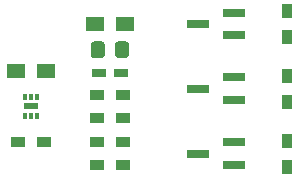
<source format=gtp>
G04 #@! TF.GenerationSoftware,KiCad,Pcbnew,5.0.2-bee76a0~70~ubuntu16.04.1*
G04 #@! TF.CreationDate,2019-01-02T15:35:10+05:30*
G04 #@! TF.ProjectId,Ap3403_LED_test,41703334-3033-45f4-9c45-445f74657374,rev?*
G04 #@! TF.SameCoordinates,Original*
G04 #@! TF.FileFunction,Paste,Top*
G04 #@! TF.FilePolarity,Positive*
%FSLAX46Y46*%
G04 Gerber Fmt 4.6, Leading zero omitted, Abs format (unit mm)*
G04 Created by KiCad (PCBNEW 5.0.2-bee76a0~70~ubuntu16.04.1) date Wed Jan  2 15:35:10 2019*
%MOMM*%
%LPD*%
G01*
G04 APERTURE LIST*
%ADD10R,1.300000X0.600000*%
%ADD11R,0.300000X0.600000*%
%ADD12R,1.900000X0.800000*%
%ADD13R,1.500000X1.250000*%
%ADD14R,1.200000X0.750000*%
%ADD15R,1.200000X0.900000*%
%ADD16R,0.900000X1.200000*%
%ADD17C,0.100000*%
%ADD18C,1.150000*%
G04 APERTURE END LIST*
D10*
G04 #@! TO.C,U1*
X26000000Y-186800000D03*
D11*
X26000000Y-187600000D03*
X26000000Y-186000000D03*
X26500000Y-186000000D03*
X25500000Y-186000000D03*
X25500000Y-187600000D03*
X26500000Y-187600000D03*
G04 #@! TD*
D12*
G04 #@! TO.C,Q2*
X43200000Y-186250000D03*
X43200000Y-184350000D03*
X40200000Y-185300000D03*
G04 #@! TD*
D13*
G04 #@! TO.C,C1*
X27250000Y-183800000D03*
X24750000Y-183800000D03*
G04 #@! TD*
D14*
G04 #@! TO.C,C2*
X31750000Y-184000000D03*
X33650000Y-184000000D03*
G04 #@! TD*
D13*
G04 #@! TO.C,C3*
X31450000Y-179800000D03*
X33950000Y-179800000D03*
G04 #@! TD*
D12*
G04 #@! TO.C,Q1*
X43200000Y-191750000D03*
X43200000Y-189850000D03*
X40200000Y-190800000D03*
G04 #@! TD*
G04 #@! TO.C,Q3*
X40200000Y-179800000D03*
X43200000Y-178850000D03*
X43200000Y-180750000D03*
G04 #@! TD*
D15*
G04 #@! TO.C,R1*
X27100000Y-189800000D03*
X24900000Y-189800000D03*
G04 #@! TD*
G04 #@! TO.C,R2*
X31600000Y-185800000D03*
X33800000Y-185800000D03*
G04 #@! TD*
G04 #@! TO.C,R3*
X31600000Y-187800000D03*
X33800000Y-187800000D03*
G04 #@! TD*
D16*
G04 #@! TO.C,R4*
X47700000Y-191900000D03*
X47700000Y-189700000D03*
G04 #@! TD*
D15*
G04 #@! TO.C,R5*
X33800000Y-191800000D03*
X31600000Y-191800000D03*
G04 #@! TD*
D16*
G04 #@! TO.C,R6*
X47700000Y-184200000D03*
X47700000Y-186400000D03*
G04 #@! TD*
D15*
G04 #@! TO.C,R7*
X31600000Y-189800000D03*
X33800000Y-189800000D03*
G04 #@! TD*
D16*
G04 #@! TO.C,R8*
X47700000Y-180900000D03*
X47700000Y-178700000D03*
G04 #@! TD*
D17*
G04 #@! TO.C,L1*
G36*
X32024505Y-181301204D02*
X32048773Y-181304804D01*
X32072572Y-181310765D01*
X32095671Y-181319030D01*
X32117850Y-181329520D01*
X32138893Y-181342132D01*
X32158599Y-181356747D01*
X32176777Y-181373223D01*
X32193253Y-181391401D01*
X32207868Y-181411107D01*
X32220480Y-181432150D01*
X32230970Y-181454329D01*
X32239235Y-181477428D01*
X32245196Y-181501227D01*
X32248796Y-181525495D01*
X32250000Y-181549999D01*
X32250000Y-182450001D01*
X32248796Y-182474505D01*
X32245196Y-182498773D01*
X32239235Y-182522572D01*
X32230970Y-182545671D01*
X32220480Y-182567850D01*
X32207868Y-182588893D01*
X32193253Y-182608599D01*
X32176777Y-182626777D01*
X32158599Y-182643253D01*
X32138893Y-182657868D01*
X32117850Y-182670480D01*
X32095671Y-182680970D01*
X32072572Y-182689235D01*
X32048773Y-182695196D01*
X32024505Y-182698796D01*
X32000001Y-182700000D01*
X31349999Y-182700000D01*
X31325495Y-182698796D01*
X31301227Y-182695196D01*
X31277428Y-182689235D01*
X31254329Y-182680970D01*
X31232150Y-182670480D01*
X31211107Y-182657868D01*
X31191401Y-182643253D01*
X31173223Y-182626777D01*
X31156747Y-182608599D01*
X31142132Y-182588893D01*
X31129520Y-182567850D01*
X31119030Y-182545671D01*
X31110765Y-182522572D01*
X31104804Y-182498773D01*
X31101204Y-182474505D01*
X31100000Y-182450001D01*
X31100000Y-181549999D01*
X31101204Y-181525495D01*
X31104804Y-181501227D01*
X31110765Y-181477428D01*
X31119030Y-181454329D01*
X31129520Y-181432150D01*
X31142132Y-181411107D01*
X31156747Y-181391401D01*
X31173223Y-181373223D01*
X31191401Y-181356747D01*
X31211107Y-181342132D01*
X31232150Y-181329520D01*
X31254329Y-181319030D01*
X31277428Y-181310765D01*
X31301227Y-181304804D01*
X31325495Y-181301204D01*
X31349999Y-181300000D01*
X32000001Y-181300000D01*
X32024505Y-181301204D01*
X32024505Y-181301204D01*
G37*
D18*
X31675000Y-182000000D03*
D17*
G36*
X34074505Y-181301204D02*
X34098773Y-181304804D01*
X34122572Y-181310765D01*
X34145671Y-181319030D01*
X34167850Y-181329520D01*
X34188893Y-181342132D01*
X34208599Y-181356747D01*
X34226777Y-181373223D01*
X34243253Y-181391401D01*
X34257868Y-181411107D01*
X34270480Y-181432150D01*
X34280970Y-181454329D01*
X34289235Y-181477428D01*
X34295196Y-181501227D01*
X34298796Y-181525495D01*
X34300000Y-181549999D01*
X34300000Y-182450001D01*
X34298796Y-182474505D01*
X34295196Y-182498773D01*
X34289235Y-182522572D01*
X34280970Y-182545671D01*
X34270480Y-182567850D01*
X34257868Y-182588893D01*
X34243253Y-182608599D01*
X34226777Y-182626777D01*
X34208599Y-182643253D01*
X34188893Y-182657868D01*
X34167850Y-182670480D01*
X34145671Y-182680970D01*
X34122572Y-182689235D01*
X34098773Y-182695196D01*
X34074505Y-182698796D01*
X34050001Y-182700000D01*
X33399999Y-182700000D01*
X33375495Y-182698796D01*
X33351227Y-182695196D01*
X33327428Y-182689235D01*
X33304329Y-182680970D01*
X33282150Y-182670480D01*
X33261107Y-182657868D01*
X33241401Y-182643253D01*
X33223223Y-182626777D01*
X33206747Y-182608599D01*
X33192132Y-182588893D01*
X33179520Y-182567850D01*
X33169030Y-182545671D01*
X33160765Y-182522572D01*
X33154804Y-182498773D01*
X33151204Y-182474505D01*
X33150000Y-182450001D01*
X33150000Y-181549999D01*
X33151204Y-181525495D01*
X33154804Y-181501227D01*
X33160765Y-181477428D01*
X33169030Y-181454329D01*
X33179520Y-181432150D01*
X33192132Y-181411107D01*
X33206747Y-181391401D01*
X33223223Y-181373223D01*
X33241401Y-181356747D01*
X33261107Y-181342132D01*
X33282150Y-181329520D01*
X33304329Y-181319030D01*
X33327428Y-181310765D01*
X33351227Y-181304804D01*
X33375495Y-181301204D01*
X33399999Y-181300000D01*
X34050001Y-181300000D01*
X34074505Y-181301204D01*
X34074505Y-181301204D01*
G37*
D18*
X33725000Y-182000000D03*
G04 #@! TD*
M02*

</source>
